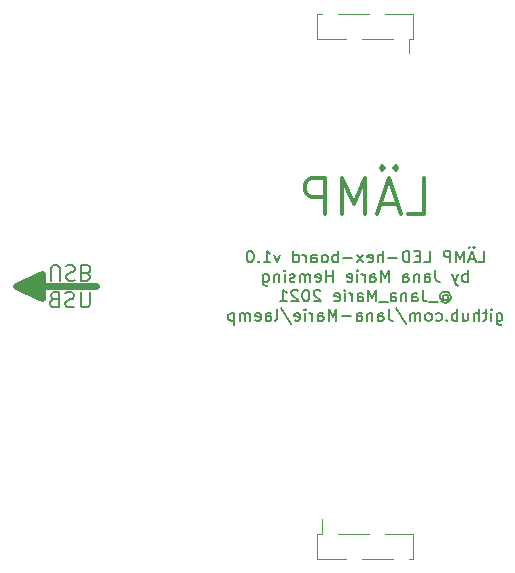
<source format=gbo>
G04 #@! TF.GenerationSoftware,KiCad,Pcbnew,5.1.5+dfsg1-2build2*
G04 #@! TF.CreationDate,2021-12-29T03:31:12+01:00*
G04 #@! TF.ProjectId,hex_led_board,6865785f-6c65-4645-9f62-6f6172642e6b,rev?*
G04 #@! TF.SameCoordinates,Original*
G04 #@! TF.FileFunction,Legend,Bot*
G04 #@! TF.FilePolarity,Positive*
%FSLAX46Y46*%
G04 Gerber Fmt 4.6, Leading zero omitted, Abs format (unit mm)*
G04 Created by KiCad (PCBNEW 5.1.5+dfsg1-2build2) date 2021-12-29 03:31:12*
%MOMM*%
%LPD*%
G04 APERTURE LIST*
%ADD10C,0.150000*%
%ADD11C,0.600000*%
%ADD12C,0.300000*%
%ADD13C,0.120000*%
G04 APERTURE END LIST*
D10*
X73359523Y-99511904D02*
X73359523Y-98459523D01*
X73421428Y-98335714D01*
X73483333Y-98273809D01*
X73607142Y-98211904D01*
X73854761Y-98211904D01*
X73978571Y-98273809D01*
X74040476Y-98335714D01*
X74102380Y-98459523D01*
X74102380Y-99511904D01*
X74659523Y-98273809D02*
X74845238Y-98211904D01*
X75154761Y-98211904D01*
X75278571Y-98273809D01*
X75340476Y-98335714D01*
X75402380Y-98459523D01*
X75402380Y-98583333D01*
X75340476Y-98707142D01*
X75278571Y-98769047D01*
X75154761Y-98830952D01*
X74907142Y-98892857D01*
X74783333Y-98954761D01*
X74721428Y-99016666D01*
X74659523Y-99140476D01*
X74659523Y-99264285D01*
X74721428Y-99388095D01*
X74783333Y-99450000D01*
X74907142Y-99511904D01*
X75216666Y-99511904D01*
X75402380Y-99450000D01*
X76392857Y-98892857D02*
X76578571Y-98830952D01*
X76640476Y-98769047D01*
X76702380Y-98645238D01*
X76702380Y-98459523D01*
X76640476Y-98335714D01*
X76578571Y-98273809D01*
X76454761Y-98211904D01*
X75959523Y-98211904D01*
X75959523Y-99511904D01*
X76392857Y-99511904D01*
X76516666Y-99450000D01*
X76578571Y-99388095D01*
X76640476Y-99264285D01*
X76640476Y-99140476D01*
X76578571Y-99016666D01*
X76516666Y-98954761D01*
X76392857Y-98892857D01*
X75959523Y-98892857D01*
X76640476Y-100488095D02*
X76640476Y-101540476D01*
X76578571Y-101664285D01*
X76516666Y-101726190D01*
X76392857Y-101788095D01*
X76145238Y-101788095D01*
X76021428Y-101726190D01*
X75959523Y-101664285D01*
X75897619Y-101540476D01*
X75897619Y-100488095D01*
X75340476Y-101726190D02*
X75154761Y-101788095D01*
X74845238Y-101788095D01*
X74721428Y-101726190D01*
X74659523Y-101664285D01*
X74597619Y-101540476D01*
X74597619Y-101416666D01*
X74659523Y-101292857D01*
X74721428Y-101230952D01*
X74845238Y-101169047D01*
X75092857Y-101107142D01*
X75216666Y-101045238D01*
X75278571Y-100983333D01*
X75340476Y-100859523D01*
X75340476Y-100735714D01*
X75278571Y-100611904D01*
X75216666Y-100550000D01*
X75092857Y-100488095D01*
X74783333Y-100488095D01*
X74597619Y-100550000D01*
X73607142Y-101107142D02*
X73421428Y-101169047D01*
X73359523Y-101230952D01*
X73297619Y-101354761D01*
X73297619Y-101540476D01*
X73359523Y-101664285D01*
X73421428Y-101726190D01*
X73545238Y-101788095D01*
X74040476Y-101788095D01*
X74040476Y-100488095D01*
X73607142Y-100488095D01*
X73483333Y-100550000D01*
X73421428Y-100611904D01*
X73359523Y-100735714D01*
X73359523Y-100859523D01*
X73421428Y-100983333D01*
X73483333Y-101045238D01*
X73607142Y-101107142D01*
X74040476Y-101107142D01*
D11*
X72600000Y-99600000D02*
X70400000Y-100000000D01*
X72600000Y-100600000D02*
X70400000Y-100000000D01*
X72600000Y-101000000D02*
X70400000Y-100000000D01*
X72600000Y-99000000D02*
X72600000Y-101000000D01*
X70400000Y-100000000D02*
X72600000Y-99000000D01*
X70400000Y-100000000D02*
X77200000Y-100000000D01*
D10*
X109523809Y-97977380D02*
X110000000Y-97977380D01*
X110000000Y-96977380D01*
X109238095Y-97691666D02*
X108761904Y-97691666D01*
X109333333Y-97977380D02*
X109000000Y-96977380D01*
X108666666Y-97977380D01*
X109190476Y-96644047D02*
X109142857Y-96691666D01*
X109190476Y-96739285D01*
X109238095Y-96691666D01*
X109190476Y-96644047D01*
X109190476Y-96739285D01*
X108809523Y-96644047D02*
X108761904Y-96691666D01*
X108809523Y-96739285D01*
X108857142Y-96691666D01*
X108809523Y-96644047D01*
X108809523Y-96739285D01*
X108333333Y-97977380D02*
X108333333Y-96977380D01*
X108000000Y-97691666D01*
X107666666Y-96977380D01*
X107666666Y-97977380D01*
X107190476Y-97977380D02*
X107190476Y-96977380D01*
X106809523Y-96977380D01*
X106714285Y-97025000D01*
X106666666Y-97072619D01*
X106619047Y-97167857D01*
X106619047Y-97310714D01*
X106666666Y-97405952D01*
X106714285Y-97453571D01*
X106809523Y-97501190D01*
X107190476Y-97501190D01*
X104952380Y-97977380D02*
X105428571Y-97977380D01*
X105428571Y-96977380D01*
X104619047Y-97453571D02*
X104285714Y-97453571D01*
X104142857Y-97977380D02*
X104619047Y-97977380D01*
X104619047Y-96977380D01*
X104142857Y-96977380D01*
X103714285Y-97977380D02*
X103714285Y-96977380D01*
X103476190Y-96977380D01*
X103333333Y-97025000D01*
X103238095Y-97120238D01*
X103190476Y-97215476D01*
X103142857Y-97405952D01*
X103142857Y-97548809D01*
X103190476Y-97739285D01*
X103238095Y-97834523D01*
X103333333Y-97929761D01*
X103476190Y-97977380D01*
X103714285Y-97977380D01*
X102714285Y-97596428D02*
X101952380Y-97596428D01*
X101476190Y-97977380D02*
X101476190Y-96977380D01*
X101047619Y-97977380D02*
X101047619Y-97453571D01*
X101095238Y-97358333D01*
X101190476Y-97310714D01*
X101333333Y-97310714D01*
X101428571Y-97358333D01*
X101476190Y-97405952D01*
X100190476Y-97929761D02*
X100285714Y-97977380D01*
X100476190Y-97977380D01*
X100571428Y-97929761D01*
X100619047Y-97834523D01*
X100619047Y-97453571D01*
X100571428Y-97358333D01*
X100476190Y-97310714D01*
X100285714Y-97310714D01*
X100190476Y-97358333D01*
X100142857Y-97453571D01*
X100142857Y-97548809D01*
X100619047Y-97644047D01*
X99809523Y-97977380D02*
X99285714Y-97310714D01*
X99809523Y-97310714D02*
X99285714Y-97977380D01*
X98904761Y-97596428D02*
X98142857Y-97596428D01*
X97666666Y-97977380D02*
X97666666Y-96977380D01*
X97666666Y-97358333D02*
X97571428Y-97310714D01*
X97380952Y-97310714D01*
X97285714Y-97358333D01*
X97238095Y-97405952D01*
X97190476Y-97501190D01*
X97190476Y-97786904D01*
X97238095Y-97882142D01*
X97285714Y-97929761D01*
X97380952Y-97977380D01*
X97571428Y-97977380D01*
X97666666Y-97929761D01*
X96619047Y-97977380D02*
X96714285Y-97929761D01*
X96761904Y-97882142D01*
X96809523Y-97786904D01*
X96809523Y-97501190D01*
X96761904Y-97405952D01*
X96714285Y-97358333D01*
X96619047Y-97310714D01*
X96476190Y-97310714D01*
X96380952Y-97358333D01*
X96333333Y-97405952D01*
X96285714Y-97501190D01*
X96285714Y-97786904D01*
X96333333Y-97882142D01*
X96380952Y-97929761D01*
X96476190Y-97977380D01*
X96619047Y-97977380D01*
X95428571Y-97977380D02*
X95428571Y-97453571D01*
X95476190Y-97358333D01*
X95571428Y-97310714D01*
X95761904Y-97310714D01*
X95857142Y-97358333D01*
X95428571Y-97929761D02*
X95523809Y-97977380D01*
X95761904Y-97977380D01*
X95857142Y-97929761D01*
X95904761Y-97834523D01*
X95904761Y-97739285D01*
X95857142Y-97644047D01*
X95761904Y-97596428D01*
X95523809Y-97596428D01*
X95428571Y-97548809D01*
X94952380Y-97977380D02*
X94952380Y-97310714D01*
X94952380Y-97501190D02*
X94904761Y-97405952D01*
X94857142Y-97358333D01*
X94761904Y-97310714D01*
X94666666Y-97310714D01*
X93904761Y-97977380D02*
X93904761Y-96977380D01*
X93904761Y-97929761D02*
X94000000Y-97977380D01*
X94190476Y-97977380D01*
X94285714Y-97929761D01*
X94333333Y-97882142D01*
X94380952Y-97786904D01*
X94380952Y-97501190D01*
X94333333Y-97405952D01*
X94285714Y-97358333D01*
X94190476Y-97310714D01*
X94000000Y-97310714D01*
X93904761Y-97358333D01*
X92761904Y-97310714D02*
X92523809Y-97977380D01*
X92285714Y-97310714D01*
X91380952Y-97977380D02*
X91952380Y-97977380D01*
X91666666Y-97977380D02*
X91666666Y-96977380D01*
X91761904Y-97120238D01*
X91857142Y-97215476D01*
X91952380Y-97263095D01*
X90952380Y-97882142D02*
X90904761Y-97929761D01*
X90952380Y-97977380D01*
X91000000Y-97929761D01*
X90952380Y-97882142D01*
X90952380Y-97977380D01*
X90285714Y-96977380D02*
X90190476Y-96977380D01*
X90095238Y-97025000D01*
X90047619Y-97072619D01*
X90000000Y-97167857D01*
X89952380Y-97358333D01*
X89952380Y-97596428D01*
X90000000Y-97786904D01*
X90047619Y-97882142D01*
X90095238Y-97929761D01*
X90190476Y-97977380D01*
X90285714Y-97977380D01*
X90380952Y-97929761D01*
X90428571Y-97882142D01*
X90476190Y-97786904D01*
X90523809Y-97596428D01*
X90523809Y-97358333D01*
X90476190Y-97167857D01*
X90428571Y-97072619D01*
X90380952Y-97025000D01*
X90285714Y-96977380D01*
X108642857Y-99627380D02*
X108642857Y-98627380D01*
X108642857Y-99008333D02*
X108547619Y-98960714D01*
X108357142Y-98960714D01*
X108261904Y-99008333D01*
X108214285Y-99055952D01*
X108166666Y-99151190D01*
X108166666Y-99436904D01*
X108214285Y-99532142D01*
X108261904Y-99579761D01*
X108357142Y-99627380D01*
X108547619Y-99627380D01*
X108642857Y-99579761D01*
X107833333Y-98960714D02*
X107595238Y-99627380D01*
X107357142Y-98960714D02*
X107595238Y-99627380D01*
X107690476Y-99865476D01*
X107738095Y-99913095D01*
X107833333Y-99960714D01*
X105928571Y-98627380D02*
X105928571Y-99341666D01*
X105976190Y-99484523D01*
X106071428Y-99579761D01*
X106214285Y-99627380D01*
X106309523Y-99627380D01*
X105023809Y-99627380D02*
X105023809Y-99103571D01*
X105071428Y-99008333D01*
X105166666Y-98960714D01*
X105357142Y-98960714D01*
X105452380Y-99008333D01*
X105023809Y-99579761D02*
X105119047Y-99627380D01*
X105357142Y-99627380D01*
X105452380Y-99579761D01*
X105500000Y-99484523D01*
X105500000Y-99389285D01*
X105452380Y-99294047D01*
X105357142Y-99246428D01*
X105119047Y-99246428D01*
X105023809Y-99198809D01*
X104547619Y-98960714D02*
X104547619Y-99627380D01*
X104547619Y-99055952D02*
X104500000Y-99008333D01*
X104404761Y-98960714D01*
X104261904Y-98960714D01*
X104166666Y-99008333D01*
X104119047Y-99103571D01*
X104119047Y-99627380D01*
X103214285Y-99627380D02*
X103214285Y-99103571D01*
X103261904Y-99008333D01*
X103357142Y-98960714D01*
X103547619Y-98960714D01*
X103642857Y-99008333D01*
X103214285Y-99579761D02*
X103309523Y-99627380D01*
X103547619Y-99627380D01*
X103642857Y-99579761D01*
X103690476Y-99484523D01*
X103690476Y-99389285D01*
X103642857Y-99294047D01*
X103547619Y-99246428D01*
X103309523Y-99246428D01*
X103214285Y-99198809D01*
X101976190Y-99627380D02*
X101976190Y-98627380D01*
X101642857Y-99341666D01*
X101309523Y-98627380D01*
X101309523Y-99627380D01*
X100404761Y-99627380D02*
X100404761Y-99103571D01*
X100452380Y-99008333D01*
X100547619Y-98960714D01*
X100738095Y-98960714D01*
X100833333Y-99008333D01*
X100404761Y-99579761D02*
X100500000Y-99627380D01*
X100738095Y-99627380D01*
X100833333Y-99579761D01*
X100880952Y-99484523D01*
X100880952Y-99389285D01*
X100833333Y-99294047D01*
X100738095Y-99246428D01*
X100500000Y-99246428D01*
X100404761Y-99198809D01*
X99928571Y-99627380D02*
X99928571Y-98960714D01*
X99928571Y-99151190D02*
X99880952Y-99055952D01*
X99833333Y-99008333D01*
X99738095Y-98960714D01*
X99642857Y-98960714D01*
X99309523Y-99627380D02*
X99309523Y-98960714D01*
X99309523Y-98627380D02*
X99357142Y-98675000D01*
X99309523Y-98722619D01*
X99261904Y-98675000D01*
X99309523Y-98627380D01*
X99309523Y-98722619D01*
X98452380Y-99579761D02*
X98547619Y-99627380D01*
X98738095Y-99627380D01*
X98833333Y-99579761D01*
X98880952Y-99484523D01*
X98880952Y-99103571D01*
X98833333Y-99008333D01*
X98738095Y-98960714D01*
X98547619Y-98960714D01*
X98452380Y-99008333D01*
X98404761Y-99103571D01*
X98404761Y-99198809D01*
X98880952Y-99294047D01*
X97214285Y-99627380D02*
X97214285Y-98627380D01*
X97214285Y-99103571D02*
X96642857Y-99103571D01*
X96642857Y-99627380D02*
X96642857Y-98627380D01*
X95785714Y-99579761D02*
X95880952Y-99627380D01*
X96071428Y-99627380D01*
X96166666Y-99579761D01*
X96214285Y-99484523D01*
X96214285Y-99103571D01*
X96166666Y-99008333D01*
X96071428Y-98960714D01*
X95880952Y-98960714D01*
X95785714Y-99008333D01*
X95738095Y-99103571D01*
X95738095Y-99198809D01*
X96214285Y-99294047D01*
X95309523Y-99627380D02*
X95309523Y-98960714D01*
X95309523Y-99055952D02*
X95261904Y-99008333D01*
X95166666Y-98960714D01*
X95023809Y-98960714D01*
X94928571Y-99008333D01*
X94880952Y-99103571D01*
X94880952Y-99627380D01*
X94880952Y-99103571D02*
X94833333Y-99008333D01*
X94738095Y-98960714D01*
X94595238Y-98960714D01*
X94500000Y-99008333D01*
X94452380Y-99103571D01*
X94452380Y-99627380D01*
X94023809Y-99579761D02*
X93928571Y-99627380D01*
X93738095Y-99627380D01*
X93642857Y-99579761D01*
X93595238Y-99484523D01*
X93595238Y-99436904D01*
X93642857Y-99341666D01*
X93738095Y-99294047D01*
X93880952Y-99294047D01*
X93976190Y-99246428D01*
X94023809Y-99151190D01*
X94023809Y-99103571D01*
X93976190Y-99008333D01*
X93880952Y-98960714D01*
X93738095Y-98960714D01*
X93642857Y-99008333D01*
X93166666Y-99627380D02*
X93166666Y-98960714D01*
X93166666Y-98627380D02*
X93214285Y-98675000D01*
X93166666Y-98722619D01*
X93119047Y-98675000D01*
X93166666Y-98627380D01*
X93166666Y-98722619D01*
X92690476Y-98960714D02*
X92690476Y-99627380D01*
X92690476Y-99055952D02*
X92642857Y-99008333D01*
X92547619Y-98960714D01*
X92404761Y-98960714D01*
X92309523Y-99008333D01*
X92261904Y-99103571D01*
X92261904Y-99627380D01*
X91357142Y-98960714D02*
X91357142Y-99770238D01*
X91404761Y-99865476D01*
X91452380Y-99913095D01*
X91547619Y-99960714D01*
X91690476Y-99960714D01*
X91785714Y-99913095D01*
X91357142Y-99579761D02*
X91452380Y-99627380D01*
X91642857Y-99627380D01*
X91738095Y-99579761D01*
X91785714Y-99532142D01*
X91833333Y-99436904D01*
X91833333Y-99151190D01*
X91785714Y-99055952D01*
X91738095Y-99008333D01*
X91642857Y-98960714D01*
X91452380Y-98960714D01*
X91357142Y-99008333D01*
X106571428Y-100801190D02*
X106619047Y-100753571D01*
X106714285Y-100705952D01*
X106809523Y-100705952D01*
X106904761Y-100753571D01*
X106952380Y-100801190D01*
X107000000Y-100896428D01*
X107000000Y-100991666D01*
X106952380Y-101086904D01*
X106904761Y-101134523D01*
X106809523Y-101182142D01*
X106714285Y-101182142D01*
X106619047Y-101134523D01*
X106571428Y-101086904D01*
X106571428Y-100705952D02*
X106571428Y-101086904D01*
X106523809Y-101134523D01*
X106476190Y-101134523D01*
X106380952Y-101086904D01*
X106333333Y-100991666D01*
X106333333Y-100753571D01*
X106428571Y-100610714D01*
X106571428Y-100515476D01*
X106761904Y-100467857D01*
X106952380Y-100515476D01*
X107095238Y-100610714D01*
X107190476Y-100753571D01*
X107238095Y-100944047D01*
X107190476Y-101134523D01*
X107095238Y-101277380D01*
X106952380Y-101372619D01*
X106761904Y-101420238D01*
X106571428Y-101372619D01*
X106428571Y-101277380D01*
X106142857Y-101372619D02*
X105380952Y-101372619D01*
X104857142Y-100277380D02*
X104857142Y-100991666D01*
X104904761Y-101134523D01*
X105000000Y-101229761D01*
X105142857Y-101277380D01*
X105238095Y-101277380D01*
X103952380Y-101277380D02*
X103952380Y-100753571D01*
X104000000Y-100658333D01*
X104095238Y-100610714D01*
X104285714Y-100610714D01*
X104380952Y-100658333D01*
X103952380Y-101229761D02*
X104047619Y-101277380D01*
X104285714Y-101277380D01*
X104380952Y-101229761D01*
X104428571Y-101134523D01*
X104428571Y-101039285D01*
X104380952Y-100944047D01*
X104285714Y-100896428D01*
X104047619Y-100896428D01*
X103952380Y-100848809D01*
X103476190Y-100610714D02*
X103476190Y-101277380D01*
X103476190Y-100705952D02*
X103428571Y-100658333D01*
X103333333Y-100610714D01*
X103190476Y-100610714D01*
X103095238Y-100658333D01*
X103047619Y-100753571D01*
X103047619Y-101277380D01*
X102142857Y-101277380D02*
X102142857Y-100753571D01*
X102190476Y-100658333D01*
X102285714Y-100610714D01*
X102476190Y-100610714D01*
X102571428Y-100658333D01*
X102142857Y-101229761D02*
X102238095Y-101277380D01*
X102476190Y-101277380D01*
X102571428Y-101229761D01*
X102619047Y-101134523D01*
X102619047Y-101039285D01*
X102571428Y-100944047D01*
X102476190Y-100896428D01*
X102238095Y-100896428D01*
X102142857Y-100848809D01*
X101904761Y-101372619D02*
X101142857Y-101372619D01*
X100904761Y-101277380D02*
X100904761Y-100277380D01*
X100571428Y-100991666D01*
X100238095Y-100277380D01*
X100238095Y-101277380D01*
X99333333Y-101277380D02*
X99333333Y-100753571D01*
X99380952Y-100658333D01*
X99476190Y-100610714D01*
X99666666Y-100610714D01*
X99761904Y-100658333D01*
X99333333Y-101229761D02*
X99428571Y-101277380D01*
X99666666Y-101277380D01*
X99761904Y-101229761D01*
X99809523Y-101134523D01*
X99809523Y-101039285D01*
X99761904Y-100944047D01*
X99666666Y-100896428D01*
X99428571Y-100896428D01*
X99333333Y-100848809D01*
X98857142Y-101277380D02*
X98857142Y-100610714D01*
X98857142Y-100801190D02*
X98809523Y-100705952D01*
X98761904Y-100658333D01*
X98666666Y-100610714D01*
X98571428Y-100610714D01*
X98238095Y-101277380D02*
X98238095Y-100610714D01*
X98238095Y-100277380D02*
X98285714Y-100325000D01*
X98238095Y-100372619D01*
X98190476Y-100325000D01*
X98238095Y-100277380D01*
X98238095Y-100372619D01*
X97380952Y-101229761D02*
X97476190Y-101277380D01*
X97666666Y-101277380D01*
X97761904Y-101229761D01*
X97809523Y-101134523D01*
X97809523Y-100753571D01*
X97761904Y-100658333D01*
X97666666Y-100610714D01*
X97476190Y-100610714D01*
X97380952Y-100658333D01*
X97333333Y-100753571D01*
X97333333Y-100848809D01*
X97809523Y-100944047D01*
X96190476Y-100372619D02*
X96142857Y-100325000D01*
X96047619Y-100277380D01*
X95809523Y-100277380D01*
X95714285Y-100325000D01*
X95666666Y-100372619D01*
X95619047Y-100467857D01*
X95619047Y-100563095D01*
X95666666Y-100705952D01*
X96238095Y-101277380D01*
X95619047Y-101277380D01*
X95000000Y-100277380D02*
X94904761Y-100277380D01*
X94809523Y-100325000D01*
X94761904Y-100372619D01*
X94714285Y-100467857D01*
X94666666Y-100658333D01*
X94666666Y-100896428D01*
X94714285Y-101086904D01*
X94761904Y-101182142D01*
X94809523Y-101229761D01*
X94904761Y-101277380D01*
X95000000Y-101277380D01*
X95095238Y-101229761D01*
X95142857Y-101182142D01*
X95190476Y-101086904D01*
X95238095Y-100896428D01*
X95238095Y-100658333D01*
X95190476Y-100467857D01*
X95142857Y-100372619D01*
X95095238Y-100325000D01*
X95000000Y-100277380D01*
X94285714Y-100372619D02*
X94238095Y-100325000D01*
X94142857Y-100277380D01*
X93904761Y-100277380D01*
X93809523Y-100325000D01*
X93761904Y-100372619D01*
X93714285Y-100467857D01*
X93714285Y-100563095D01*
X93761904Y-100705952D01*
X94333333Y-101277380D01*
X93714285Y-101277380D01*
X92761904Y-101277380D02*
X93333333Y-101277380D01*
X93047619Y-101277380D02*
X93047619Y-100277380D01*
X93142857Y-100420238D01*
X93238095Y-100515476D01*
X93333333Y-100563095D01*
X111119047Y-102260714D02*
X111119047Y-103070238D01*
X111166666Y-103165476D01*
X111214285Y-103213095D01*
X111309523Y-103260714D01*
X111452380Y-103260714D01*
X111547619Y-103213095D01*
X111119047Y-102879761D02*
X111214285Y-102927380D01*
X111404761Y-102927380D01*
X111500000Y-102879761D01*
X111547619Y-102832142D01*
X111595238Y-102736904D01*
X111595238Y-102451190D01*
X111547619Y-102355952D01*
X111500000Y-102308333D01*
X111404761Y-102260714D01*
X111214285Y-102260714D01*
X111119047Y-102308333D01*
X110642857Y-102927380D02*
X110642857Y-102260714D01*
X110642857Y-101927380D02*
X110690476Y-101975000D01*
X110642857Y-102022619D01*
X110595238Y-101975000D01*
X110642857Y-101927380D01*
X110642857Y-102022619D01*
X110309523Y-102260714D02*
X109928571Y-102260714D01*
X110166666Y-101927380D02*
X110166666Y-102784523D01*
X110119047Y-102879761D01*
X110023809Y-102927380D01*
X109928571Y-102927380D01*
X109595238Y-102927380D02*
X109595238Y-101927380D01*
X109166666Y-102927380D02*
X109166666Y-102403571D01*
X109214285Y-102308333D01*
X109309523Y-102260714D01*
X109452380Y-102260714D01*
X109547619Y-102308333D01*
X109595238Y-102355952D01*
X108261904Y-102260714D02*
X108261904Y-102927380D01*
X108690476Y-102260714D02*
X108690476Y-102784523D01*
X108642857Y-102879761D01*
X108547619Y-102927380D01*
X108404761Y-102927380D01*
X108309523Y-102879761D01*
X108261904Y-102832142D01*
X107785714Y-102927380D02*
X107785714Y-101927380D01*
X107785714Y-102308333D02*
X107690476Y-102260714D01*
X107500000Y-102260714D01*
X107404761Y-102308333D01*
X107357142Y-102355952D01*
X107309523Y-102451190D01*
X107309523Y-102736904D01*
X107357142Y-102832142D01*
X107404761Y-102879761D01*
X107500000Y-102927380D01*
X107690476Y-102927380D01*
X107785714Y-102879761D01*
X106880952Y-102832142D02*
X106833333Y-102879761D01*
X106880952Y-102927380D01*
X106928571Y-102879761D01*
X106880952Y-102832142D01*
X106880952Y-102927380D01*
X105976190Y-102879761D02*
X106071428Y-102927380D01*
X106261904Y-102927380D01*
X106357142Y-102879761D01*
X106404761Y-102832142D01*
X106452380Y-102736904D01*
X106452380Y-102451190D01*
X106404761Y-102355952D01*
X106357142Y-102308333D01*
X106261904Y-102260714D01*
X106071428Y-102260714D01*
X105976190Y-102308333D01*
X105404761Y-102927380D02*
X105500000Y-102879761D01*
X105547619Y-102832142D01*
X105595238Y-102736904D01*
X105595238Y-102451190D01*
X105547619Y-102355952D01*
X105500000Y-102308333D01*
X105404761Y-102260714D01*
X105261904Y-102260714D01*
X105166666Y-102308333D01*
X105119047Y-102355952D01*
X105071428Y-102451190D01*
X105071428Y-102736904D01*
X105119047Y-102832142D01*
X105166666Y-102879761D01*
X105261904Y-102927380D01*
X105404761Y-102927380D01*
X104642857Y-102927380D02*
X104642857Y-102260714D01*
X104642857Y-102355952D02*
X104595238Y-102308333D01*
X104500000Y-102260714D01*
X104357142Y-102260714D01*
X104261904Y-102308333D01*
X104214285Y-102403571D01*
X104214285Y-102927380D01*
X104214285Y-102403571D02*
X104166666Y-102308333D01*
X104071428Y-102260714D01*
X103928571Y-102260714D01*
X103833333Y-102308333D01*
X103785714Y-102403571D01*
X103785714Y-102927380D01*
X102595238Y-101879761D02*
X103452380Y-103165476D01*
X101976190Y-101927380D02*
X101976190Y-102641666D01*
X102023809Y-102784523D01*
X102119047Y-102879761D01*
X102261904Y-102927380D01*
X102357142Y-102927380D01*
X101071428Y-102927380D02*
X101071428Y-102403571D01*
X101119047Y-102308333D01*
X101214285Y-102260714D01*
X101404761Y-102260714D01*
X101500000Y-102308333D01*
X101071428Y-102879761D02*
X101166666Y-102927380D01*
X101404761Y-102927380D01*
X101500000Y-102879761D01*
X101547619Y-102784523D01*
X101547619Y-102689285D01*
X101500000Y-102594047D01*
X101404761Y-102546428D01*
X101166666Y-102546428D01*
X101071428Y-102498809D01*
X100595238Y-102260714D02*
X100595238Y-102927380D01*
X100595238Y-102355952D02*
X100547619Y-102308333D01*
X100452380Y-102260714D01*
X100309523Y-102260714D01*
X100214285Y-102308333D01*
X100166666Y-102403571D01*
X100166666Y-102927380D01*
X99261904Y-102927380D02*
X99261904Y-102403571D01*
X99309523Y-102308333D01*
X99404761Y-102260714D01*
X99595238Y-102260714D01*
X99690476Y-102308333D01*
X99261904Y-102879761D02*
X99357142Y-102927380D01*
X99595238Y-102927380D01*
X99690476Y-102879761D01*
X99738095Y-102784523D01*
X99738095Y-102689285D01*
X99690476Y-102594047D01*
X99595238Y-102546428D01*
X99357142Y-102546428D01*
X99261904Y-102498809D01*
X98785714Y-102546428D02*
X98023809Y-102546428D01*
X97547619Y-102927380D02*
X97547619Y-101927380D01*
X97214285Y-102641666D01*
X96880952Y-101927380D01*
X96880952Y-102927380D01*
X95976190Y-102927380D02*
X95976190Y-102403571D01*
X96023809Y-102308333D01*
X96119047Y-102260714D01*
X96309523Y-102260714D01*
X96404761Y-102308333D01*
X95976190Y-102879761D02*
X96071428Y-102927380D01*
X96309523Y-102927380D01*
X96404761Y-102879761D01*
X96452380Y-102784523D01*
X96452380Y-102689285D01*
X96404761Y-102594047D01*
X96309523Y-102546428D01*
X96071428Y-102546428D01*
X95976190Y-102498809D01*
X95500000Y-102927380D02*
X95500000Y-102260714D01*
X95500000Y-102451190D02*
X95452380Y-102355952D01*
X95404761Y-102308333D01*
X95309523Y-102260714D01*
X95214285Y-102260714D01*
X94880952Y-102927380D02*
X94880952Y-102260714D01*
X94880952Y-101927380D02*
X94928571Y-101975000D01*
X94880952Y-102022619D01*
X94833333Y-101975000D01*
X94880952Y-101927380D01*
X94880952Y-102022619D01*
X94023809Y-102879761D02*
X94119047Y-102927380D01*
X94309523Y-102927380D01*
X94404761Y-102879761D01*
X94452380Y-102784523D01*
X94452380Y-102403571D01*
X94404761Y-102308333D01*
X94309523Y-102260714D01*
X94119047Y-102260714D01*
X94023809Y-102308333D01*
X93976190Y-102403571D01*
X93976190Y-102498809D01*
X94452380Y-102594047D01*
X92833333Y-101879761D02*
X93690476Y-103165476D01*
X92357142Y-102927380D02*
X92452380Y-102879761D01*
X92500000Y-102784523D01*
X92500000Y-101927380D01*
X91547619Y-102927380D02*
X91547619Y-102403571D01*
X91595238Y-102308333D01*
X91690476Y-102260714D01*
X91880952Y-102260714D01*
X91976190Y-102308333D01*
X91547619Y-102879761D02*
X91642857Y-102927380D01*
X91880952Y-102927380D01*
X91976190Y-102879761D01*
X92023809Y-102784523D01*
X92023809Y-102689285D01*
X91976190Y-102594047D01*
X91880952Y-102546428D01*
X91642857Y-102546428D01*
X91547619Y-102498809D01*
X90690476Y-102879761D02*
X90785714Y-102927380D01*
X90976190Y-102927380D01*
X91071428Y-102879761D01*
X91119047Y-102784523D01*
X91119047Y-102403571D01*
X91071428Y-102308333D01*
X90976190Y-102260714D01*
X90785714Y-102260714D01*
X90690476Y-102308333D01*
X90642857Y-102403571D01*
X90642857Y-102498809D01*
X91119047Y-102594047D01*
X90214285Y-102927380D02*
X90214285Y-102260714D01*
X90214285Y-102355952D02*
X90166666Y-102308333D01*
X90071428Y-102260714D01*
X89928571Y-102260714D01*
X89833333Y-102308333D01*
X89785714Y-102403571D01*
X89785714Y-102927380D01*
X89785714Y-102403571D02*
X89738095Y-102308333D01*
X89642857Y-102260714D01*
X89500000Y-102260714D01*
X89404761Y-102308333D01*
X89357142Y-102403571D01*
X89357142Y-102927380D01*
X88880952Y-102260714D02*
X88880952Y-103260714D01*
X88880952Y-102308333D02*
X88785714Y-102260714D01*
X88595238Y-102260714D01*
X88500000Y-102308333D01*
X88452380Y-102355952D01*
X88404761Y-102451190D01*
X88404761Y-102736904D01*
X88452380Y-102832142D01*
X88500000Y-102879761D01*
X88595238Y-102927380D01*
X88785714Y-102927380D01*
X88880952Y-102879761D01*
D12*
X103571428Y-93857142D02*
X105000000Y-93857142D01*
X105000000Y-90857142D01*
X102714285Y-93000000D02*
X101285714Y-93000000D01*
X103000000Y-93857142D02*
X102000000Y-90857142D01*
X101000000Y-93857142D01*
X102571428Y-89857142D02*
X102428571Y-90000000D01*
X102571428Y-90142857D01*
X102714285Y-90000000D01*
X102571428Y-89857142D01*
X102571428Y-90142857D01*
X101428571Y-89857142D02*
X101285714Y-90000000D01*
X101428571Y-90142857D01*
X101571428Y-90000000D01*
X101428571Y-89857142D01*
X101428571Y-90142857D01*
X100000000Y-93857142D02*
X100000000Y-90857142D01*
X99000000Y-93000000D01*
X98000000Y-90857142D01*
X98000000Y-93857142D01*
X96571428Y-93857142D02*
X96571428Y-90857142D01*
X95428571Y-90857142D01*
X95142857Y-91000000D01*
X95000000Y-91142857D01*
X94857142Y-91428571D01*
X94857142Y-91857142D01*
X95000000Y-92142857D01*
X95142857Y-92285714D01*
X95428571Y-92428571D01*
X96571428Y-92428571D01*
D13*
X101685000Y-120940000D02*
X104060000Y-120940000D01*
X97685000Y-120940000D02*
X100315000Y-120940000D01*
X99685000Y-123060000D02*
X102315000Y-123060000D01*
X103685000Y-123060000D02*
X104060000Y-123060000D01*
X95940000Y-120940000D02*
X96315000Y-120940000D01*
X96315000Y-120940000D02*
X96315000Y-119710000D01*
X95940000Y-123060000D02*
X98315000Y-123060000D01*
X104060000Y-120940000D02*
X104060000Y-123060000D01*
X95940000Y-120940000D02*
X95940000Y-123060000D01*
X98315000Y-79060000D02*
X95940000Y-79060000D01*
X102315000Y-79060000D02*
X99685000Y-79060000D01*
X100315000Y-76940000D02*
X97685000Y-76940000D01*
X96315000Y-76940000D02*
X95940000Y-76940000D01*
X104060000Y-79060000D02*
X103685000Y-79060000D01*
X103685000Y-79060000D02*
X103685000Y-80290000D01*
X104060000Y-76940000D02*
X101685000Y-76940000D01*
X95940000Y-79060000D02*
X95940000Y-76940000D01*
X104060000Y-79060000D02*
X104060000Y-76940000D01*
M02*

</source>
